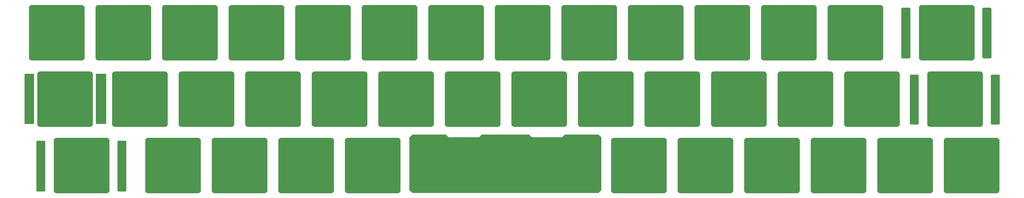
<source format=gbs>
%TF.GenerationSoftware,KiCad,Pcbnew,(5.99.0-10847-g28909c1a72)*%
%TF.CreationDate,2021-06-19T00:09:30+03:00*%
%TF.ProjectId,vanpole plates,76616e70-6f6c-4652-9070-6c617465732e,rev?*%
%TF.SameCoordinates,Original*%
%TF.FileFunction,Soldermask,Bot*%
%TF.FilePolarity,Negative*%
%FSLAX46Y46*%
G04 Gerber Fmt 4.6, Leading zero omitted, Abs format (unit mm)*
G04 Created by KiCad (PCBNEW (5.99.0-10847-g28909c1a72)) date 2021-06-19 00:09:30*
%MOMM*%
%LPD*%
G01*
G04 APERTURE LIST*
G04 Aperture macros list*
%AMRoundRect*
0 Rectangle with rounded corners*
0 $1 Rounding radius*
0 $2 $3 $4 $5 $6 $7 $8 $9 X,Y pos of 4 corners*
0 Add a 4 corners polygon primitive as box body*
4,1,4,$2,$3,$4,$5,$6,$7,$8,$9,$2,$3,0*
0 Add four circle primitives for the rounded corners*
1,1,$1+$1,$2,$3*
1,1,$1+$1,$4,$5*
1,1,$1+$1,$6,$7*
1,1,$1+$1,$8,$9*
0 Add four rect primitives between the rounded corners*
20,1,$1+$1,$2,$3,$4,$5,0*
20,1,$1+$1,$4,$5,$6,$7,0*
20,1,$1+$1,$6,$7,$8,$9,0*
20,1,$1+$1,$8,$9,$2,$3,0*%
G04 Aperture macros list end*
%ADD10C,0.200000*%
%ADD11RoundRect,1.008000X-6.992000X-6.992000X6.992000X-6.992000X6.992000X6.992000X-6.992000X6.992000X0*%
G04 APERTURE END LIST*
D10*
X287800000Y-235200000D02*
X287800000Y-249200000D01*
X287800000Y-249200000D02*
X287600000Y-249400000D01*
X287600000Y-249400000D02*
X285600000Y-249400000D01*
X285600000Y-249400000D02*
X285400000Y-249200000D01*
X285400000Y-249200000D02*
X285400000Y-235200000D01*
X285400000Y-235200000D02*
X285600000Y-235000000D01*
X285600000Y-235000000D02*
X287600000Y-235000000D01*
X287600000Y-235000000D02*
X287800000Y-235200000D01*
G36*
X287800000Y-235200000D02*
G01*
X287800000Y-249200000D01*
X287600000Y-249400000D01*
X285600000Y-249400000D01*
X285400000Y-249200000D01*
X285400000Y-235200000D01*
X285600000Y-235000000D01*
X287600000Y-235000000D01*
X287800000Y-235200000D01*
G37*
X287800000Y-235200000D02*
X287800000Y-249200000D01*
X287600000Y-249400000D01*
X285600000Y-249400000D01*
X285400000Y-249200000D01*
X285400000Y-235200000D01*
X285600000Y-235000000D01*
X287600000Y-235000000D01*
X287800000Y-235200000D01*
X264600000Y-235200000D02*
X264600000Y-249200000D01*
X264600000Y-249200000D02*
X264400000Y-249400000D01*
X264400000Y-249400000D02*
X262400000Y-249400000D01*
X262400000Y-249400000D02*
X262200000Y-249200000D01*
X262200000Y-249200000D02*
X262200000Y-235200000D01*
X262200000Y-235200000D02*
X262400000Y-235000000D01*
X262400000Y-235000000D02*
X264400000Y-235000000D01*
X264400000Y-235000000D02*
X264600000Y-235200000D01*
G36*
X264600000Y-235200000D02*
G01*
X264600000Y-249200000D01*
X264400000Y-249400000D01*
X262400000Y-249400000D01*
X262200000Y-249200000D01*
X262200000Y-235200000D01*
X262400000Y-235000000D01*
X264400000Y-235000000D01*
X264600000Y-235200000D01*
G37*
X264600000Y-235200000D02*
X264600000Y-249200000D01*
X264400000Y-249400000D01*
X262400000Y-249400000D01*
X262200000Y-249200000D01*
X262200000Y-235200000D01*
X262400000Y-235000000D01*
X264400000Y-235000000D01*
X264600000Y-235200000D01*
X290198991Y-254398831D02*
X290198991Y-268198831D01*
X290198991Y-268198831D02*
X289998991Y-268398831D01*
X289998991Y-268398831D02*
X287998991Y-268398831D01*
X287998991Y-268398831D02*
X287798991Y-268198831D01*
X287798991Y-268198831D02*
X287798991Y-254398831D01*
X287798991Y-254398831D02*
X287998991Y-254198831D01*
X287998991Y-254198831D02*
X289998991Y-254198831D01*
X289998991Y-254198831D02*
X290198991Y-254398831D01*
G36*
X290198991Y-254398831D02*
G01*
X290198991Y-268198831D01*
X289998991Y-268398831D01*
X287998991Y-268398831D01*
X287798991Y-268198831D01*
X287798991Y-254398831D01*
X287998991Y-254198831D01*
X289998991Y-254198831D01*
X290198991Y-254398831D01*
G37*
X290198991Y-254398831D02*
X290198991Y-268198831D01*
X289998991Y-268398831D01*
X287998991Y-268398831D01*
X287798991Y-268198831D01*
X287798991Y-254398831D01*
X287998991Y-254198831D01*
X289998991Y-254198831D01*
X290198991Y-254398831D01*
X266998088Y-254399522D02*
X266998088Y-268199522D01*
X266998088Y-268199522D02*
X266798088Y-268399522D01*
X266798088Y-268399522D02*
X264798088Y-268399522D01*
X264798088Y-268399522D02*
X264598088Y-268199522D01*
X264598088Y-268199522D02*
X264598088Y-254399522D01*
X264598088Y-254399522D02*
X264798088Y-254199522D01*
X264798088Y-254199522D02*
X266798088Y-254199522D01*
X266798088Y-254199522D02*
X266998088Y-254399522D01*
G36*
X266998088Y-254399522D02*
G01*
X266998088Y-268199522D01*
X266798088Y-268399522D01*
X264798088Y-268399522D01*
X264598088Y-268199522D01*
X264598088Y-254399522D01*
X264798088Y-254199522D01*
X266798088Y-254199522D01*
X266998088Y-254399522D01*
G37*
X266998088Y-254399522D02*
X266998088Y-268199522D01*
X266798088Y-268399522D01*
X264798088Y-268399522D01*
X264598088Y-268199522D01*
X264598088Y-254399522D01*
X264798088Y-254199522D01*
X266798088Y-254199522D01*
X266998088Y-254399522D01*
X16991702Y-273391924D02*
X16991702Y-287391924D01*
X16991702Y-287391924D02*
X16791702Y-287591924D01*
X16791702Y-287591924D02*
X14791702Y-287591924D01*
X14791702Y-287591924D02*
X14591702Y-287391924D01*
X14591702Y-287391924D02*
X14591702Y-273391924D01*
X14591702Y-273391924D02*
X14791702Y-273191924D01*
X14791702Y-273191924D02*
X16791702Y-273191924D01*
X16791702Y-273191924D02*
X16991702Y-273391924D01*
G36*
X16991702Y-273391924D02*
G01*
X16991702Y-287391924D01*
X16791702Y-287591924D01*
X14791702Y-287591924D01*
X14591702Y-287391924D01*
X14591702Y-273391924D01*
X14791702Y-273191924D01*
X16791702Y-273191924D01*
X16991702Y-273391924D01*
G37*
X16991702Y-273391924D02*
X16991702Y-287391924D01*
X16791702Y-287591924D01*
X14791702Y-287591924D01*
X14591702Y-287391924D01*
X14591702Y-273391924D01*
X14791702Y-273191924D01*
X16791702Y-273191924D01*
X16991702Y-273391924D01*
X40193016Y-273379192D02*
X40193016Y-287379192D01*
X40193016Y-287379192D02*
X39993016Y-287579192D01*
X39993016Y-287579192D02*
X37993016Y-287579192D01*
X37993016Y-287579192D02*
X37793016Y-287379192D01*
X37793016Y-287379192D02*
X37793016Y-273379192D01*
X37793016Y-273379192D02*
X37993016Y-273179192D01*
X37993016Y-273179192D02*
X39993016Y-273179192D01*
X39993016Y-273179192D02*
X40193016Y-273379192D01*
G36*
X40193016Y-273379192D02*
G01*
X40193016Y-287379192D01*
X39993016Y-287579192D01*
X37993016Y-287579192D01*
X37793016Y-287379192D01*
X37793016Y-273379192D01*
X37993016Y-273179192D01*
X39993016Y-273179192D01*
X40193016Y-273379192D01*
G37*
X40193016Y-273379192D02*
X40193016Y-287379192D01*
X39993016Y-287579192D01*
X37993016Y-287579192D01*
X37793016Y-287379192D01*
X37793016Y-273379192D01*
X37993016Y-273179192D01*
X39993016Y-273179192D01*
X40193016Y-273379192D01*
X34400000Y-268189424D02*
X31600000Y-268189424D01*
X31600000Y-268189424D02*
X31600000Y-253989424D01*
X31600000Y-253989424D02*
X34400000Y-253989424D01*
X34400000Y-253989424D02*
X34400000Y-268189424D01*
G36*
X34400000Y-268189424D02*
G01*
X31600000Y-268189424D01*
X31600000Y-253989424D01*
X34400000Y-253989424D01*
X34400000Y-268189424D01*
G37*
X34400000Y-268189424D02*
X31600000Y-268189424D01*
X31600000Y-253989424D01*
X34400000Y-253989424D01*
X34400000Y-268189424D01*
X13796060Y-268197893D02*
X11196060Y-268197893D01*
X11196060Y-268197893D02*
X11196060Y-253997893D01*
X11196060Y-253997893D02*
X13796060Y-253997893D01*
X13796060Y-253997893D02*
X13796060Y-268197893D01*
G36*
X13796060Y-268197893D02*
G01*
X11196060Y-268197893D01*
X11196060Y-253997893D01*
X13796060Y-253997893D01*
X13796060Y-268197893D01*
G37*
X13796060Y-268197893D02*
X11196060Y-268197893D01*
X11196060Y-253997893D01*
X13796060Y-253997893D01*
X13796060Y-268197893D01*
X132504485Y-272189439D02*
X141235735Y-272189439D01*
X141235735Y-272189439D02*
X142029485Y-271395689D01*
X142029485Y-271395689D02*
X155523235Y-271395689D01*
X155523235Y-271395689D02*
X156316985Y-272189439D01*
X156316985Y-272189439D02*
X165048235Y-272189439D01*
X165048235Y-272189439D02*
X165841985Y-271395689D01*
X165841985Y-271395689D02*
X175366985Y-271395689D01*
X175366985Y-271395689D02*
X176160735Y-272189439D01*
X176160735Y-272189439D02*
X176160735Y-287270689D01*
X176160735Y-287270689D02*
X175366985Y-288064439D01*
X175366985Y-288064439D02*
X122185735Y-288064439D01*
X122185735Y-288064439D02*
X121391985Y-287270689D01*
X121391985Y-287270689D02*
X121391985Y-272189439D01*
X121391985Y-272189439D02*
X122185735Y-271395689D01*
X122185735Y-271395689D02*
X131710735Y-271395689D01*
X131710735Y-271395689D02*
X132504485Y-272189439D01*
G36*
X132504485Y-272189439D02*
G01*
X141235735Y-272189439D01*
X142029485Y-271395689D01*
X155523235Y-271395689D01*
X156316985Y-272189439D01*
X165048235Y-272189439D01*
X165841985Y-271395689D01*
X175366985Y-271395689D01*
X176160735Y-272189439D01*
X176160735Y-287270689D01*
X175366985Y-288064439D01*
X122185735Y-288064439D01*
X121391985Y-287270689D01*
X121391985Y-272189439D01*
X122185735Y-271395689D01*
X131710735Y-271395689D01*
X132504485Y-272189439D01*
G37*
X132504485Y-272189439D02*
X141235735Y-272189439D01*
X142029485Y-271395689D01*
X155523235Y-271395689D01*
X156316985Y-272189439D01*
X165048235Y-272189439D01*
X165841985Y-271395689D01*
X175366985Y-271395689D01*
X176160735Y-272189439D01*
X176160735Y-287270689D01*
X175366985Y-288064439D01*
X122185735Y-288064439D01*
X121391985Y-287270689D01*
X121391985Y-272189439D01*
X122185735Y-271395689D01*
X131710735Y-271395689D01*
X132504485Y-272189439D01*
D11*
%TO.C,REF\u002A\u002A*%
X225137500Y-280193750D03*
%TD*%
%TO.C,REF\u002A\u002A*%
X253712500Y-261143750D03*
%TD*%
%TO.C,REF\u002A\u002A*%
X234662500Y-261143750D03*
%TD*%
%TO.C,REF\u002A\u002A*%
X215612500Y-261143750D03*
%TD*%
%TO.C,REF\u002A\u002A*%
X196562500Y-261143750D03*
%TD*%
%TO.C,REF\u002A\u002A*%
X177512500Y-261143750D03*
%TD*%
%TO.C,REF\u002A\u002A*%
X158462500Y-261143750D03*
%TD*%
%TO.C,REF\u002A\u002A*%
X139412500Y-261143750D03*
%TD*%
%TO.C,REF\u002A\u002A*%
X120362500Y-261143750D03*
%TD*%
%TO.C,REF\u002A\u002A*%
X101312500Y-261143750D03*
%TD*%
%TO.C,REF\u002A\u002A*%
X82262500Y-261143750D03*
%TD*%
%TO.C,REF\u002A\u002A*%
X63212500Y-261143750D03*
%TD*%
%TO.C,REF\u002A\u002A*%
X44162500Y-261143750D03*
%TD*%
%TO.C,REF\u002A\u002A*%
X53687500Y-280193750D03*
%TD*%
%TO.C,REF\u002A\u002A*%
X72737500Y-280193750D03*
%TD*%
%TO.C,REF\u002A\u002A*%
X91787500Y-280193750D03*
%TD*%
%TO.C,REF\u002A\u002A*%
X110837500Y-280193750D03*
%TD*%
%TO.C,REF\u002A\u002A*%
X187037500Y-280193750D03*
%TD*%
%TO.C,REF\u002A\u002A*%
X206087500Y-280193750D03*
%TD*%
%TO.C,REF\u002A\u002A*%
X277525000Y-261143750D03*
%TD*%
%TO.C,REF\u002A\u002A*%
X22731250Y-261143750D03*
%TD*%
%TO.C,REF\u002A\u002A*%
X27493750Y-280193750D03*
%TD*%
%TO.C,REF\u002A\u002A*%
X275143750Y-242093750D03*
%TD*%
%TO.C,REF\u002A\u002A*%
X248950000Y-242093750D03*
%TD*%
%TO.C,REF\u002A\u002A*%
X229900000Y-242093750D03*
%TD*%
%TO.C,REF\u002A\u002A*%
X210850000Y-242093750D03*
%TD*%
%TO.C,REF\u002A\u002A*%
X191800000Y-242093750D03*
%TD*%
%TO.C,REF\u002A\u002A*%
X172750000Y-242093750D03*
%TD*%
%TO.C,REF\u002A\u002A*%
X153700000Y-242093750D03*
%TD*%
%TO.C,REF\u002A\u002A*%
X134650000Y-242093750D03*
%TD*%
%TO.C,REF\u002A\u002A*%
X115600000Y-242093750D03*
%TD*%
%TO.C,REF\u002A\u002A*%
X96550000Y-242093750D03*
%TD*%
%TO.C,REF\u002A\u002A*%
X77500000Y-242093750D03*
%TD*%
%TO.C,REF\u002A\u002A*%
X58450000Y-242093750D03*
%TD*%
%TO.C,REF\u002A\u002A*%
X39400000Y-242093750D03*
%TD*%
%TO.C,REF\u002A\u002A*%
X20350000Y-242093750D03*
%TD*%
%TO.C,REF\u002A\u002A*%
X244187500Y-280193750D03*
%TD*%
%TO.C,REF\u002A\u002A*%
X263237500Y-280193750D03*
%TD*%
%TO.C,REF\u002A\u002A*%
X282287500Y-280193750D03*
%TD*%
M02*

</source>
